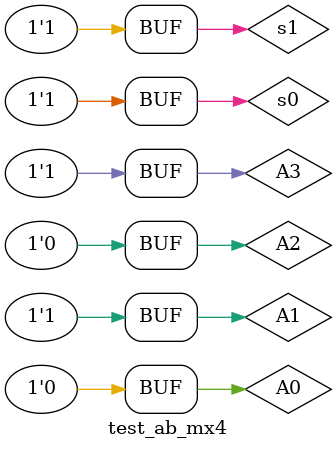
<source format=v>
`timescale 1ns / 1ps


module test_ab_mx4();
    
  reg s0, s1;
  reg A0,A1,A2,A3;
  wire y;
  
  mux_4_1 uut(s0, s1, A0, A1, A2, A3, y);
  
  initial begin
   
    {A3,A2,A1,A0} = 4'b1010;

    {s0, s1} = 00;#100;
     {s0, s1} = 01;#100;
     {s0, s1} = 10;#100;
     {s0, s1} = 11;#100;

  end
endmodule

</source>
